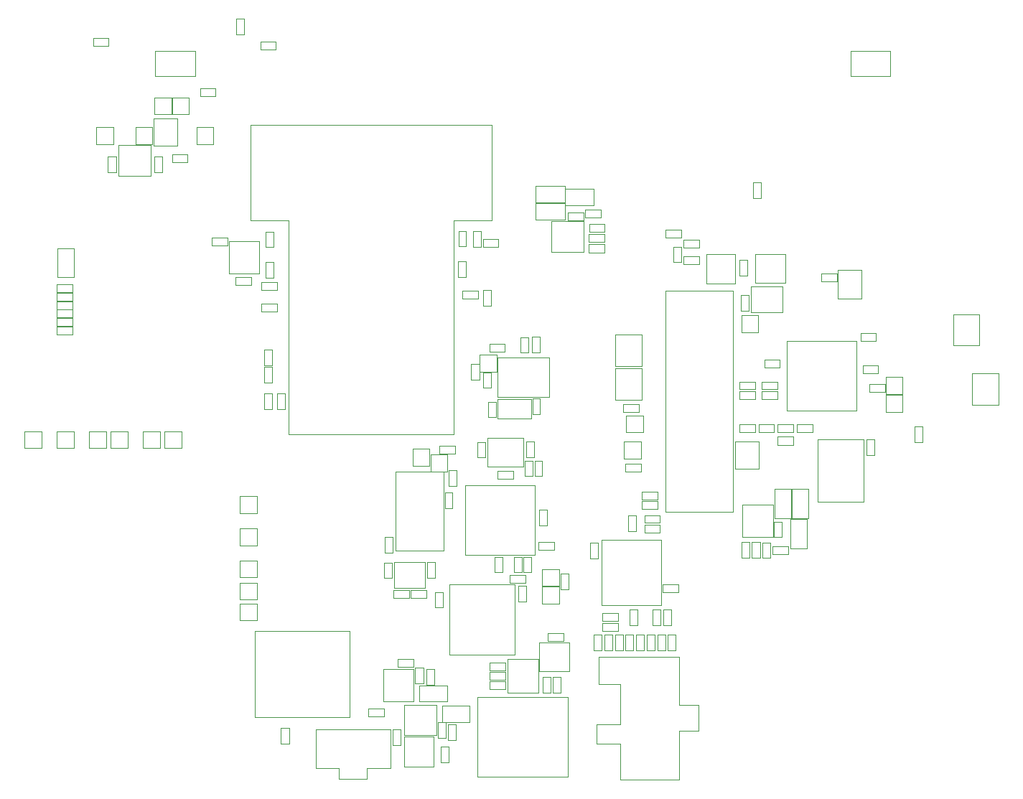
<source format=gbr>
G04 #@! TF.GenerationSoftware,KiCad,Pcbnew,5.1.10*
G04 #@! TF.CreationDate,2021-12-24T17:35:43+01:00*
G04 #@! TF.ProjectId,mch2021,6d636832-3032-4312-9e6b-696361645f70,3*
G04 #@! TF.SameCoordinates,Original*
G04 #@! TF.FileFunction,Other,User*
%FSLAX46Y46*%
G04 Gerber Fmt 4.6, Leading zero omitted, Abs format (unit mm)*
G04 Created by KiCad (PCBNEW 5.1.10) date 2021-12-24 17:35:43*
%MOMM*%
%LPD*%
G01*
G04 APERTURE LIST*
%ADD10C,0.050000*%
%ADD11C,0.120000*%
G04 APERTURE END LIST*
D10*
X-2939140Y-12006680D02*
X-1079140Y-12006680D01*
X-2939140Y-11066680D02*
X-2939140Y-12006680D01*
X-1079140Y-11066680D02*
X-2939140Y-11066680D01*
X-1079140Y-12006680D02*
X-1079140Y-11066680D01*
X-31350000Y-19821400D02*
X-31350000Y-17821400D01*
X-31350000Y-19821400D02*
X-33350000Y-19821400D01*
X-33350000Y-17821400D02*
X-31350000Y-17821400D01*
X-33350000Y-17821400D02*
X-33350000Y-19821400D01*
X-31350000Y-23620000D02*
X-31350000Y-21620000D01*
X-31350000Y-23620000D02*
X-33350000Y-23620000D01*
X-33350000Y-21620000D02*
X-31350000Y-21620000D01*
X-33350000Y-21620000D02*
X-33350000Y-23620000D01*
X-42780000Y-6380000D02*
X-44780000Y-6380000D01*
X-42780000Y-6380000D02*
X-42780000Y-8380000D01*
X-44780000Y-8380000D02*
X-44780000Y-6380000D01*
X-44780000Y-8380000D02*
X-42780000Y-8380000D01*
X-40240000Y-6380000D02*
X-42240000Y-6380000D01*
X-40240000Y-6380000D02*
X-40240000Y-8380000D01*
X-42240000Y-8380000D02*
X-42240000Y-6380000D01*
X-42240000Y-8380000D02*
X-40240000Y-8380000D01*
X-46590000Y-6380000D02*
X-48590000Y-6380000D01*
X-46590000Y-6380000D02*
X-46590000Y-8380000D01*
X-48590000Y-8380000D02*
X-48590000Y-6380000D01*
X-48590000Y-8380000D02*
X-46590000Y-8380000D01*
X-49130000Y-6380000D02*
X-51130000Y-6380000D01*
X-49130000Y-6380000D02*
X-49130000Y-8380000D01*
X-51130000Y-8380000D02*
X-51130000Y-6380000D01*
X-51130000Y-8380000D02*
X-49130000Y-8380000D01*
X-54940000Y-8380000D02*
X-52940000Y-8380000D01*
X-54940000Y-8380000D02*
X-54940000Y-6380000D01*
X-52940000Y-6380000D02*
X-52940000Y-8380000D01*
X-52940000Y-6380000D02*
X-54940000Y-6380000D01*
X-56750000Y-8380000D02*
X-56750000Y-6380000D01*
X-56750000Y-8380000D02*
X-58750000Y-8380000D01*
X-58750000Y-6380000D02*
X-56750000Y-6380000D01*
X-58750000Y-6380000D02*
X-58750000Y-8380000D01*
X-31350000Y-16031720D02*
X-31350000Y-14031720D01*
X-31350000Y-16031720D02*
X-33350000Y-16031720D01*
X-33350000Y-14031720D02*
X-31350000Y-14031720D01*
X-33350000Y-14031720D02*
X-33350000Y-16031720D01*
X-33350000Y-26700000D02*
X-33350000Y-28700000D01*
X-33350000Y-26700000D02*
X-31350000Y-26700000D01*
X-31350000Y-28700000D02*
X-33350000Y-28700000D01*
X-31350000Y-28700000D02*
X-31350000Y-26700000D01*
X-33350000Y-24229820D02*
X-33350000Y-26229820D01*
X-33350000Y-24229820D02*
X-31350000Y-24229820D01*
X-31350000Y-26229820D02*
X-33350000Y-26229820D01*
X-31350000Y-26229820D02*
X-31350000Y-24229820D01*
X35244360Y11325600D02*
X37064360Y11325600D01*
X35244360Y12245600D02*
X35244360Y11325600D01*
X37064360Y12245600D02*
X35244360Y12245600D01*
X37064360Y11325600D02*
X37064360Y12245600D01*
X37147040Y9234700D02*
X37147040Y12634700D01*
X39947040Y9234700D02*
X37147040Y9234700D01*
X39947040Y12634700D02*
X39947040Y9234700D01*
X37147040Y12634700D02*
X39947040Y12634700D01*
X-8737860Y-10984820D02*
X-8737860Y-12804820D01*
X-7817860Y-10984820D02*
X-8737860Y-10984820D01*
X-7817860Y-12804820D02*
X-7817860Y-10984820D01*
X-8737860Y-12804820D02*
X-7817860Y-12804820D01*
X-9309140Y-20476740D02*
X-15029140Y-20476740D01*
X-15029140Y-20476740D02*
X-15029140Y-11176740D01*
X-15029140Y-11176740D02*
X-9309140Y-11176740D01*
X-9309140Y-11176740D02*
X-9309140Y-20476740D01*
X40200000Y-14700000D02*
X34800000Y-14700000D01*
X34800000Y-14700000D02*
X34800000Y-7300000D01*
X34800000Y-7300000D02*
X40200000Y-7300000D01*
X40200000Y-7300000D02*
X40200000Y-14700000D01*
X1137720Y-2503620D02*
X1137720Y-4323620D01*
X2057720Y-2503620D02*
X1137720Y-2503620D01*
X2057720Y-4323620D02*
X2057720Y-2503620D01*
X1137720Y-4323620D02*
X2057720Y-4323620D01*
X-6761780Y-12780780D02*
X1448220Y-12780780D01*
X-6761780Y-20990780D02*
X1448220Y-20990780D01*
X-6761780Y-12780780D02*
X-6761780Y-20990780D01*
X1448220Y-12780780D02*
X1448220Y-20990780D01*
X-10976100Y-8461500D02*
X-12976100Y-8461500D01*
X-10976100Y-8461500D02*
X-10976100Y-10461500D01*
X-12976100Y-10461500D02*
X-12976100Y-8461500D01*
X-12976100Y-10461500D02*
X-10976100Y-10461500D01*
X-10870440Y-11100000D02*
X-8870440Y-11100000D01*
X-10870440Y-11100000D02*
X-10870440Y-9100000D01*
X-8870440Y-9100000D02*
X-8870440Y-11100000D01*
X-8870440Y-9100000D02*
X-10870440Y-9100000D01*
X4442620Y-37178200D02*
X4442620Y-35318200D01*
X3502620Y-37178200D02*
X4442620Y-37178200D01*
X3502620Y-35318200D02*
X3502620Y-37178200D01*
X4442620Y-35318200D02*
X3502620Y-35318200D01*
X345860Y-23330000D02*
X-1514140Y-23330000D01*
X345860Y-24270000D02*
X345860Y-23330000D01*
X-1514140Y-24270000D02*
X345860Y-24270000D01*
X-1514140Y-23330000D02*
X-1514140Y-24270000D01*
X4834040Y-30200360D02*
X2974040Y-30200360D01*
X4834040Y-31140360D02*
X4834040Y-30200360D01*
X2974040Y-31140360D02*
X4834040Y-31140360D01*
X2974040Y-30200360D02*
X2974040Y-31140360D01*
X1971100Y-34679360D02*
X5471100Y-34679360D01*
X1971100Y-31279360D02*
X1971100Y-34679360D01*
X5471100Y-31279360D02*
X1971100Y-31279360D01*
X5471100Y-34679360D02*
X5471100Y-31279360D01*
X218180Y-9834200D02*
X218180Y-11654200D01*
X1138180Y-9834200D02*
X218180Y-9834200D01*
X1138180Y-11654200D02*
X1138180Y-9834200D01*
X218180Y-11654200D02*
X1138180Y-11654200D01*
X988380Y-23012940D02*
X988380Y-21192940D01*
X68380Y-23012940D02*
X988380Y-23012940D01*
X68380Y-21192940D02*
X68380Y-23012940D01*
X988380Y-21192940D02*
X68380Y-21192940D01*
X2855280Y-17483360D02*
X2855280Y-15663360D01*
X1935280Y-17483360D02*
X2855280Y-17483360D01*
X1935280Y-15663360D02*
X1935280Y-17483360D01*
X2855280Y-15663360D02*
X1935280Y-15663360D01*
X3704060Y-19476320D02*
X1884060Y-19476320D01*
X3704060Y-20396320D02*
X3704060Y-19476320D01*
X1884060Y-20396320D02*
X3704060Y-20396320D01*
X1884060Y-19476320D02*
X1884060Y-20396320D01*
X-2402520Y-23010460D02*
X-2402520Y-21190460D01*
X-3322520Y-23010460D02*
X-2402520Y-23010460D01*
X-3322520Y-21190460D02*
X-3322520Y-23010460D01*
X-2402520Y-21190460D02*
X-3322520Y-21190460D01*
X-103820Y-23000240D02*
X-103820Y-21180240D01*
X-1023820Y-23000240D02*
X-103820Y-23000240D01*
X-1023820Y-21180240D02*
X-1023820Y-23000240D01*
X-103820Y-21180240D02*
X-1023820Y-21180240D01*
X1386580Y-9829120D02*
X1386580Y-11649120D01*
X2306580Y-9829120D02*
X1386580Y-9829120D01*
X2306580Y-11649120D02*
X2306580Y-9829120D01*
X1386580Y-11649120D02*
X2306580Y-11649120D01*
X38650000Y35550000D02*
X43350000Y35550000D01*
X43350000Y35550000D02*
X43350000Y38450000D01*
X43350000Y38450000D02*
X38650000Y38450000D01*
X38650000Y38450000D02*
X38650000Y35550000D01*
X-43350000Y35550000D02*
X-38650000Y35550000D01*
X-38650000Y35550000D02*
X-38650000Y38450000D01*
X-38650000Y38450000D02*
X-43350000Y38450000D01*
X-43350000Y38450000D02*
X-43350000Y35550000D01*
X-6070000Y1585000D02*
X-6070000Y-275000D01*
X-5130000Y1585000D02*
X-6070000Y1585000D01*
X-5130000Y-275000D02*
X-5130000Y1585000D01*
X-6070000Y-275000D02*
X-5130000Y-275000D01*
X-3069020Y635900D02*
X-3069020Y2635900D01*
X-3069020Y635900D02*
X-5069020Y635900D01*
X-5069020Y2635900D02*
X-3069020Y2635900D01*
X-5069020Y2635900D02*
X-5069020Y635900D01*
X-2031580Y-34734260D02*
X-3891580Y-34734260D01*
X-2031580Y-35674260D02*
X-2031580Y-34734260D01*
X-3891580Y-35674260D02*
X-2031580Y-35674260D01*
X-3891580Y-34734260D02*
X-3891580Y-35674260D01*
X-3890000Y-34571900D02*
X-2030000Y-34571900D01*
X-3890000Y-33631900D02*
X-3890000Y-34571900D01*
X-2030000Y-33631900D02*
X-3890000Y-33631900D01*
X-2030000Y-34571900D02*
X-2030000Y-33631900D01*
X-53070000Y5970000D02*
X-54930000Y5970000D01*
X-53070000Y5030000D02*
X-53070000Y5970000D01*
X-54930000Y5030000D02*
X-53070000Y5030000D01*
X-54930000Y5970000D02*
X-54930000Y5030000D01*
X-53070000Y6970000D02*
X-54930000Y6970000D01*
X-53070000Y6030000D02*
X-53070000Y6970000D01*
X-54930000Y6030000D02*
X-53070000Y6030000D01*
X-54930000Y6970000D02*
X-54930000Y6030000D01*
X-53070000Y7970000D02*
X-54930000Y7970000D01*
X-53070000Y7030000D02*
X-53070000Y7970000D01*
X-54930000Y7030000D02*
X-53070000Y7030000D01*
X-54930000Y7970000D02*
X-54930000Y7030000D01*
X-53070000Y8970000D02*
X-54930000Y8970000D01*
X-53070000Y8030000D02*
X-53070000Y8970000D01*
X-54930000Y8030000D02*
X-53070000Y8030000D01*
X-54930000Y8970000D02*
X-54930000Y8030000D01*
X-53070000Y9970000D02*
X-54930000Y9970000D01*
X-53070000Y9030000D02*
X-53070000Y9970000D01*
X-54930000Y9030000D02*
X-53070000Y9030000D01*
X-54930000Y9970000D02*
X-54930000Y9030000D01*
X-53070000Y10970000D02*
X-54930000Y10970000D01*
X-53070000Y10030000D02*
X-53070000Y10970000D01*
X-54930000Y10030000D02*
X-53070000Y10030000D01*
X-54930000Y10970000D02*
X-54930000Y10030000D01*
X-41443340Y33000000D02*
X-43443340Y33000000D01*
X-41443340Y33000000D02*
X-41443340Y31000000D01*
X-43443340Y31000000D02*
X-43443340Y33000000D01*
X-43443340Y31000000D02*
X-41443340Y31000000D01*
X-39355460Y33000000D02*
X-41355460Y33000000D01*
X-39355460Y33000000D02*
X-39355460Y31000000D01*
X-41355460Y31000000D02*
X-41355460Y33000000D01*
X-41355460Y31000000D02*
X-39355460Y31000000D01*
X-30920000Y38645000D02*
X-29100000Y38645000D01*
X-30920000Y39565000D02*
X-30920000Y38645000D01*
X-29100000Y39565000D02*
X-30920000Y39565000D01*
X-29100000Y38645000D02*
X-29100000Y39565000D01*
X-28506460Y-41345620D02*
X-28506460Y-43205620D01*
X-27566460Y-41345620D02*
X-28506460Y-41345620D01*
X-27566460Y-43205620D02*
X-27566460Y-41345620D01*
X-28506460Y-43205620D02*
X-27566460Y-43205620D01*
X-31600000Y-40100000D02*
X-31600000Y-29900000D01*
X-31600000Y-29900000D02*
X-20400000Y-29900000D01*
X-20400000Y-29900000D02*
X-20400000Y-40100000D01*
X-20400000Y-40100000D02*
X-31600000Y-40100000D01*
D11*
X18470000Y-33940000D02*
X18470000Y-32940000D01*
X18470000Y-38690000D02*
X18470000Y-33940000D01*
X20720000Y-38690000D02*
X18470000Y-38690000D01*
X20720000Y-41690000D02*
X20720000Y-38690000D01*
X18470000Y-41690000D02*
X20720000Y-41690000D01*
X18470000Y-47440000D02*
X18470000Y-41690000D01*
X11470000Y-47440000D02*
X18470000Y-47440000D01*
X11470000Y-43190000D02*
X11470000Y-47440000D01*
X8720000Y-43190000D02*
X11470000Y-43190000D01*
X8720000Y-40940000D02*
X8720000Y-43190000D01*
X8970000Y-40940000D02*
X8720000Y-40940000D01*
X11470000Y-40940000D02*
X8970000Y-40940000D01*
X11470000Y-36190000D02*
X11470000Y-40940000D01*
X8970000Y-36190000D02*
X11470000Y-36190000D01*
X8970000Y-32940000D02*
X8970000Y-36190000D01*
X9220000Y-32940000D02*
X8970000Y-32940000D01*
X18470000Y-32940000D02*
X9220000Y-32940000D01*
D10*
X-5320000Y-37730000D02*
X-5320000Y-47150000D01*
X5320000Y-37730000D02*
X5320000Y-47150000D01*
X5320000Y-47150000D02*
X-5320000Y-47150000D01*
X5320000Y-37730000D02*
X-5320000Y-37730000D01*
X-45670460Y27492380D02*
X-43670460Y27492380D01*
X-45670460Y27492380D02*
X-45670460Y29492380D01*
X-43670460Y29492380D02*
X-43670460Y27492380D01*
X-43670460Y29492380D02*
X-45670460Y29492380D01*
X-50268320Y27492380D02*
X-48268320Y27492380D01*
X-50268320Y27492380D02*
X-50268320Y29492380D01*
X-48268320Y29492380D02*
X-48268320Y27492380D01*
X-48268320Y29492380D02*
X-50268320Y29492380D01*
X-40697440Y30501320D02*
X-40697440Y27301320D01*
X-43497440Y30501320D02*
X-43497440Y27301320D01*
X-43497440Y30501320D02*
X-40697440Y30501320D01*
X-40697440Y27301320D02*
X-43497440Y27301320D01*
X-33819840Y42270020D02*
X-33819840Y40450020D01*
X-32899840Y42270020D02*
X-33819840Y42270020D01*
X-32899840Y40450020D02*
X-32899840Y42270020D01*
X-33819840Y40450020D02*
X-32899840Y40450020D01*
X-27628920Y18485000D02*
X-32128920Y18485000D01*
X-3628920Y18485000D02*
X-8128920Y18485000D01*
X-32128920Y29765000D02*
X-32128920Y18485000D01*
X-3628920Y29765000D02*
X-3628920Y18485000D01*
X-3628920Y29765000D02*
X-32128920Y29765000D01*
X-27628920Y18485000D02*
X-27608920Y-6705000D01*
X-8108920Y-6705000D02*
X-27608920Y-6705000D01*
X-8108920Y-6705000D02*
X-8128920Y18485000D01*
X-8682500Y-24425000D02*
X-982500Y-24425000D01*
X-8682500Y-32725000D02*
X-8682500Y-24425000D01*
X-982500Y-32725000D02*
X-8682500Y-32725000D01*
X-982500Y-24425000D02*
X-982500Y-32725000D01*
X-12875000Y-33240000D02*
X-14735000Y-33240000D01*
X-12875000Y-34180000D02*
X-12875000Y-33240000D01*
X-14735000Y-34180000D02*
X-12875000Y-34180000D01*
X-14735000Y-33240000D02*
X-14735000Y-34180000D01*
X9390000Y-28770000D02*
X11210000Y-28770000D01*
X9390000Y-27850000D02*
X9390000Y-28770000D01*
X11210000Y-27850000D02*
X9390000Y-27850000D01*
X11210000Y-28770000D02*
X11210000Y-27850000D01*
X9405060Y-29956200D02*
X11225060Y-29956200D01*
X9405060Y-29036200D02*
X9405060Y-29956200D01*
X11225060Y-29036200D02*
X9405060Y-29036200D01*
X11225060Y-29956200D02*
X11225060Y-29036200D01*
X13060000Y-32230000D02*
X13060000Y-30370000D01*
X12120000Y-32230000D02*
X13060000Y-32230000D01*
X12120000Y-30370000D02*
X12120000Y-32230000D01*
X13060000Y-30370000D02*
X12120000Y-30370000D01*
X14310000Y-32230000D02*
X14310000Y-30370000D01*
X13370000Y-32230000D02*
X14310000Y-32230000D01*
X13370000Y-30370000D02*
X13370000Y-32230000D01*
X14310000Y-30370000D02*
X13370000Y-30370000D01*
X10560000Y-32230000D02*
X10560000Y-30370000D01*
X9620000Y-32230000D02*
X10560000Y-32230000D01*
X9620000Y-30370000D02*
X9620000Y-32230000D01*
X10560000Y-30370000D02*
X9620000Y-30370000D01*
X16810000Y-32230000D02*
X16810000Y-30370000D01*
X15870000Y-32230000D02*
X16810000Y-32230000D01*
X15870000Y-30370000D02*
X15870000Y-32230000D01*
X16810000Y-30370000D02*
X15870000Y-30370000D01*
X9310000Y-32230000D02*
X9310000Y-30370000D01*
X8370000Y-32230000D02*
X9310000Y-32230000D01*
X8370000Y-30370000D02*
X8370000Y-32230000D01*
X9310000Y-30370000D02*
X8370000Y-30370000D01*
X18060000Y-32230000D02*
X18060000Y-30370000D01*
X17120000Y-32230000D02*
X18060000Y-32230000D01*
X17120000Y-30370000D02*
X17120000Y-32230000D01*
X18060000Y-30370000D02*
X17120000Y-30370000D01*
X15550000Y-32210000D02*
X15550000Y-30390000D01*
X14630000Y-32210000D02*
X15550000Y-32210000D01*
X14630000Y-30390000D02*
X14630000Y-32210000D01*
X15550000Y-30390000D02*
X14630000Y-30390000D01*
X11800000Y-32210000D02*
X11800000Y-30390000D01*
X10880000Y-32210000D02*
X11800000Y-32210000D01*
X10880000Y-30390000D02*
X10880000Y-32210000D01*
X11800000Y-30390000D02*
X10880000Y-30390000D01*
X-4440000Y-9450000D02*
X-4440000Y-7630000D01*
X-5360000Y-9450000D02*
X-4440000Y-9450000D01*
X-5360000Y-7630000D02*
X-5360000Y-9450000D01*
X-4440000Y-7630000D02*
X-5360000Y-7630000D01*
X31930000Y-5530000D02*
X30070000Y-5530000D01*
X31930000Y-6470000D02*
X31930000Y-5530000D01*
X30070000Y-6470000D02*
X31930000Y-6470000D01*
X30070000Y-5530000D02*
X30070000Y-6470000D01*
X32340000Y-6460000D02*
X34160000Y-6460000D01*
X32340000Y-5540000D02*
X32340000Y-6460000D01*
X34160000Y-5540000D02*
X32340000Y-5540000D01*
X34160000Y-6460000D02*
X34160000Y-5540000D01*
X26940900Y10721940D02*
X26940900Y7621940D01*
X26940900Y10721940D02*
X30640900Y10721940D01*
X30640900Y7621940D02*
X26940900Y7621940D01*
X30640900Y7621940D02*
X30640900Y10721940D01*
X18738000Y17399240D02*
X16878000Y17399240D01*
X18738000Y16459240D02*
X18738000Y17399240D01*
X16878000Y16459240D02*
X18738000Y16459240D01*
X16878000Y17399240D02*
X16878000Y16459240D01*
X2030000Y2880000D02*
X2030000Y4740000D01*
X1090000Y2880000D02*
X2030000Y2880000D01*
X1090000Y4740000D02*
X1090000Y2880000D01*
X2030000Y4740000D02*
X1090000Y4740000D01*
X680000Y2875000D02*
X680000Y4735000D01*
X-260000Y2875000D02*
X680000Y2875000D01*
X-260000Y4735000D02*
X-260000Y2875000D01*
X680000Y4735000D02*
X-260000Y4735000D01*
X18973500Y15308620D02*
X20833500Y15308620D01*
X18973500Y16248620D02*
X18973500Y15308620D01*
X20833500Y16248620D02*
X18973500Y16248620D01*
X20833500Y15308620D02*
X20833500Y16248620D01*
X13378280Y-18191840D02*
X13378280Y-16331840D01*
X12438280Y-18191840D02*
X13378280Y-18191840D01*
X12438280Y-16331840D02*
X12438280Y-18191840D01*
X13378280Y-16331840D02*
X12438280Y-16331840D01*
X-7939620Y-8080000D02*
X-9799620Y-8080000D01*
X-7939620Y-9020000D02*
X-7939620Y-8080000D01*
X-9799620Y-9020000D02*
X-7939620Y-9020000D01*
X-9799620Y-8080000D02*
X-9799620Y-9020000D01*
X-28040520Y-3731600D02*
X-28040520Y-1871600D01*
X-28980520Y-3731600D02*
X-28040520Y-3731600D01*
X-28980520Y-1871600D02*
X-28980520Y-3731600D01*
X-28040520Y-1871600D02*
X-28980520Y-1871600D01*
X-30480520Y-1871600D02*
X-30480520Y-3731600D01*
X-29540520Y-1871600D02*
X-30480520Y-1871600D01*
X-29540520Y-3731600D02*
X-29540520Y-1871600D01*
X-30480520Y-3731600D02*
X-29540520Y-3731600D01*
X-11730000Y-36145000D02*
X-11730000Y-34285000D01*
X-12670000Y-36145000D02*
X-11730000Y-36145000D01*
X-12670000Y-34285000D02*
X-12670000Y-36145000D01*
X-11730000Y-34285000D02*
X-12670000Y-34285000D01*
X-7910000Y-42775000D02*
X-7910000Y-40915000D01*
X-8850000Y-42775000D02*
X-7910000Y-42775000D01*
X-8850000Y-40915000D02*
X-8850000Y-42775000D01*
X-7910000Y-40915000D02*
X-8850000Y-40915000D01*
X-14390000Y-43435000D02*
X-14390000Y-41575000D01*
X-15330000Y-43435000D02*
X-14390000Y-43435000D01*
X-15330000Y-41575000D02*
X-15330000Y-43435000D01*
X-14390000Y-41575000D02*
X-15330000Y-41575000D01*
X-15245000Y-26020000D02*
X-13385000Y-26020000D01*
X-15245000Y-25080000D02*
X-15245000Y-26020000D01*
X-13385000Y-25080000D02*
X-15245000Y-25080000D01*
X-13385000Y-26020000D02*
X-13385000Y-25080000D01*
X-29410320Y11693800D02*
X-29410320Y13553800D01*
X-30350320Y11693800D02*
X-29410320Y11693800D01*
X-30350320Y13553800D02*
X-30350320Y11693800D01*
X-29410320Y13553800D02*
X-30350320Y13553800D01*
X-29005000Y11225000D02*
X-30865000Y11225000D01*
X-29005000Y10285000D02*
X-29005000Y11225000D01*
X-30865000Y10285000D02*
X-29005000Y10285000D01*
X-30865000Y11225000D02*
X-30865000Y10285000D01*
X14070000Y-14480000D02*
X15930000Y-14480000D01*
X14070000Y-13540000D02*
X14070000Y-14480000D01*
X15930000Y-13540000D02*
X14070000Y-13540000D01*
X15930000Y-14480000D02*
X15930000Y-13540000D01*
X7920000Y-19495000D02*
X7920000Y-21355000D01*
X8860000Y-19495000D02*
X7920000Y-19495000D01*
X8860000Y-21355000D02*
X8860000Y-19495000D01*
X7920000Y-21355000D02*
X8860000Y-21355000D01*
X-29530000Y1435000D02*
X-29530000Y3295000D01*
X-30470000Y1435000D02*
X-29530000Y1435000D01*
X-30470000Y3295000D02*
X-30470000Y1435000D01*
X-29530000Y3295000D02*
X-30470000Y3295000D01*
X-4924720Y15402200D02*
X-4924720Y17262200D01*
X-5864720Y15402200D02*
X-4924720Y15402200D01*
X-5864720Y17262200D02*
X-5864720Y15402200D01*
X-4924720Y17262200D02*
X-5864720Y17262200D01*
X-30479720Y1191600D02*
X-30479720Y-668400D01*
X-29539720Y1191600D02*
X-30479720Y1191600D01*
X-29539720Y-668400D02*
X-29539720Y1191600D01*
X-30479720Y-668400D02*
X-29539720Y-668400D01*
X-510000Y-24565000D02*
X-510000Y-26425000D01*
X430000Y-24565000D02*
X-510000Y-24565000D01*
X430000Y-26425000D02*
X430000Y-24565000D01*
X-510000Y-26425000D02*
X430000Y-26425000D01*
X-28955000Y8675000D02*
X-30815000Y8675000D01*
X-28955000Y7735000D02*
X-28955000Y8675000D01*
X-30815000Y7735000D02*
X-28955000Y7735000D01*
X-30815000Y8675000D02*
X-30815000Y7735000D01*
X4498240Y-23139040D02*
X4498240Y-24999040D01*
X5438240Y-23139040D02*
X4498240Y-23139040D01*
X5438240Y-24999040D02*
X5438240Y-23139040D01*
X4498240Y-24999040D02*
X5438240Y-24999040D01*
X41470000Y-9180000D02*
X41470000Y-7320000D01*
X40530000Y-9180000D02*
X41470000Y-9180000D01*
X40530000Y-7320000D02*
X40530000Y-9180000D01*
X41470000Y-7320000D02*
X40530000Y-7320000D01*
X-6717960Y11795400D02*
X-6717960Y13655400D01*
X-7657960Y11795400D02*
X-6717960Y11795400D01*
X-7657960Y13655400D02*
X-7657960Y11795400D01*
X-6717960Y13655400D02*
X-7657960Y13655400D01*
X46210000Y-5845000D02*
X46210000Y-7705000D01*
X47150000Y-5845000D02*
X46210000Y-5845000D01*
X47150000Y-7705000D02*
X47150000Y-5845000D01*
X46210000Y-7705000D02*
X47150000Y-7705000D01*
X42725000Y-820000D02*
X40865000Y-820000D01*
X42725000Y-1760000D02*
X42725000Y-820000D01*
X40865000Y-1760000D02*
X42725000Y-1760000D01*
X40865000Y-820000D02*
X40865000Y-1760000D01*
X27430000Y-1670000D02*
X25570000Y-1670000D01*
X27430000Y-2610000D02*
X27430000Y-1670000D01*
X25570000Y-2610000D02*
X27430000Y-2610000D01*
X25570000Y-1670000D02*
X25570000Y-2610000D01*
X17760000Y15405000D02*
X17760000Y13545000D01*
X18700000Y15405000D02*
X17760000Y15405000D01*
X18700000Y13545000D02*
X18700000Y15405000D01*
X17760000Y13545000D02*
X18700000Y13545000D01*
X27430000Y-5530000D02*
X25570000Y-5530000D01*
X27430000Y-6470000D02*
X27430000Y-5530000D01*
X25570000Y-6470000D02*
X27430000Y-6470000D01*
X25570000Y-5530000D02*
X25570000Y-6470000D01*
X25561520Y13857940D02*
X25561520Y11997940D01*
X26501520Y13857940D02*
X25561520Y13857940D01*
X26501520Y11997940D02*
X26501520Y13857940D01*
X25561520Y11997940D02*
X26501520Y11997940D01*
X13703520Y-3167280D02*
X11843520Y-3167280D01*
X13703520Y-4107280D02*
X13703520Y-3167280D01*
X11843520Y-4107280D02*
X13703520Y-4107280D01*
X11843520Y-3167280D02*
X11843520Y-4107280D01*
X-7150000Y9230000D02*
X-5290000Y9230000D01*
X-7150000Y10170000D02*
X-7150000Y9230000D01*
X-5290000Y10170000D02*
X-7150000Y10170000D01*
X-5290000Y9230000D02*
X-5290000Y10170000D01*
X20831040Y14297760D02*
X18971040Y14297760D01*
X20831040Y13357760D02*
X20831040Y14297760D01*
X18971040Y13357760D02*
X20831040Y13357760D01*
X18971040Y14297760D02*
X18971040Y13357760D01*
X26690420Y7827920D02*
X26690420Y9687920D01*
X25750420Y7827920D02*
X26690420Y7827920D01*
X25750420Y9687920D02*
X25750420Y7827920D01*
X26690420Y9687920D02*
X25750420Y9687920D01*
X12075000Y-11120000D02*
X13935000Y-11120000D01*
X12075000Y-10180000D02*
X12075000Y-11120000D01*
X13935000Y-10180000D02*
X12075000Y-10180000D01*
X13935000Y-11120000D02*
X13935000Y-10180000D01*
X-3730000Y8395000D02*
X-3730000Y10255000D01*
X-4670000Y8395000D02*
X-3730000Y8395000D01*
X-4670000Y10255000D02*
X-4670000Y8395000D01*
X-3730000Y10255000D02*
X-4670000Y10255000D01*
X31930000Y-7030000D02*
X30070000Y-7030000D01*
X31930000Y-7970000D02*
X31930000Y-7030000D01*
X30070000Y-7970000D02*
X31930000Y-7970000D01*
X30070000Y-7030000D02*
X30070000Y-7970000D01*
X31330000Y-19950000D02*
X29470000Y-19950000D01*
X31330000Y-20890000D02*
X31330000Y-19950000D01*
X29470000Y-20890000D02*
X31330000Y-20890000D01*
X29470000Y-19950000D02*
X29470000Y-20890000D01*
X14070000Y-15550000D02*
X15930000Y-15550000D01*
X14070000Y-14610000D02*
X14070000Y-15550000D01*
X15930000Y-14610000D02*
X14070000Y-14610000D01*
X15930000Y-15550000D02*
X15930000Y-14610000D01*
X9195000Y19800000D02*
X7335000Y19800000D01*
X9195000Y18860000D02*
X9195000Y19800000D01*
X7335000Y18860000D02*
X9195000Y18860000D01*
X7335000Y19800000D02*
X7335000Y18860000D01*
X-43451360Y26003540D02*
X-43451360Y24143540D01*
X-42511360Y26003540D02*
X-43451360Y26003540D01*
X-42511360Y24143540D02*
X-42511360Y26003540D01*
X-43451360Y24143540D02*
X-42511360Y24143540D01*
X-33853060Y10859700D02*
X-31993060Y10859700D01*
X-33853060Y11799700D02*
X-33853060Y10859700D01*
X-31993060Y11799700D02*
X-33853060Y11799700D01*
X-31993060Y10859700D02*
X-31993060Y11799700D01*
X-47972360Y24163720D02*
X-47972360Y26023720D01*
X-48912360Y24163720D02*
X-47972360Y24163720D01*
X-48912360Y26023720D02*
X-48912360Y24163720D01*
X-47972360Y26023720D02*
X-48912360Y26023720D01*
X-34830000Y16500000D02*
X-36690000Y16500000D01*
X-34830000Y15560000D02*
X-34830000Y16500000D01*
X-36690000Y15560000D02*
X-34830000Y15560000D01*
X-36690000Y16500000D02*
X-36690000Y15560000D01*
X-18181620Y-40012580D02*
X-16321620Y-40012580D01*
X-18181620Y-39072580D02*
X-18181620Y-40012580D01*
X-16321620Y-39072580D02*
X-18181620Y-39072580D01*
X-16321620Y-40012580D02*
X-16321620Y-39072580D01*
X27037200Y-19475360D02*
X27037200Y-21335360D01*
X27977200Y-19475360D02*
X27037200Y-19475360D01*
X27977200Y-21335360D02*
X27977200Y-19475360D01*
X27037200Y-21335360D02*
X27977200Y-21335360D01*
X7817980Y15920100D02*
X9677980Y15920100D01*
X7817980Y16860100D02*
X7817980Y15920100D01*
X9677980Y16860100D02*
X7817980Y16860100D01*
X9677980Y15920100D02*
X9677980Y16860100D01*
X26777200Y-21335360D02*
X26777200Y-19475360D01*
X25837200Y-21335360D02*
X26777200Y-21335360D01*
X25837200Y-19475360D02*
X25837200Y-21335360D01*
X26777200Y-19475360D02*
X25837200Y-19475360D01*
X9677980Y15660100D02*
X7817980Y15660100D01*
X9677980Y14720100D02*
X9677980Y15660100D01*
X7817980Y14720100D02*
X9677980Y14720100D01*
X7817980Y15660100D02*
X7817980Y14720100D01*
X-8700000Y-45390000D02*
X-8700000Y-43530000D01*
X-9640000Y-45390000D02*
X-8700000Y-45390000D01*
X-9640000Y-43530000D02*
X-9640000Y-45390000D01*
X-8700000Y-43530000D02*
X-9640000Y-43530000D01*
X-2030000Y-35840000D02*
X-3890000Y-35840000D01*
X-2030000Y-36780000D02*
X-2030000Y-35840000D01*
X-3890000Y-36780000D02*
X-2030000Y-36780000D01*
X-3890000Y-35840000D02*
X-3890000Y-36780000D01*
X3319880Y-37193580D02*
X3319880Y-35333580D01*
X2379880Y-37193580D02*
X3319880Y-37193580D01*
X2379880Y-35333580D02*
X2379880Y-37193580D01*
X3319880Y-35333580D02*
X2379880Y-35333580D01*
X-4050000Y-2885000D02*
X-4050000Y-4705000D01*
X-3130000Y-2885000D02*
X-4050000Y-2885000D01*
X-3130000Y-4705000D02*
X-3130000Y-2885000D01*
X-4050000Y-4705000D02*
X-3130000Y-4705000D01*
X-30340320Y17166000D02*
X-30340320Y15346000D01*
X-29420320Y17166000D02*
X-30340320Y17166000D01*
X-29420320Y15346000D02*
X-29420320Y17166000D01*
X-30340320Y15346000D02*
X-29420320Y15346000D01*
X390000Y-7595000D02*
X390000Y-9415000D01*
X1310000Y-7595000D02*
X390000Y-7595000D01*
X1310000Y-9415000D02*
X1310000Y-7595000D01*
X390000Y-9415000D02*
X1310000Y-9415000D01*
X28190000Y-2600000D02*
X30010000Y-2600000D01*
X28190000Y-1680000D02*
X28190000Y-2600000D01*
X30010000Y-1680000D02*
X28190000Y-1680000D01*
X30010000Y-2600000D02*
X30010000Y-1680000D01*
X29615000Y-17050000D02*
X29615000Y-18870000D01*
X30535000Y-17050000D02*
X29615000Y-17050000D01*
X30535000Y-18870000D02*
X30535000Y-17050000D01*
X29615000Y-18870000D02*
X30535000Y-18870000D01*
X5337980Y18470000D02*
X7157980Y18470000D01*
X5337980Y19390000D02*
X5337980Y18470000D01*
X7157980Y19390000D02*
X5337980Y19390000D01*
X7157980Y18470000D02*
X7157980Y19390000D01*
X-50678240Y39073760D02*
X-48858240Y39073760D01*
X-50678240Y39993760D02*
X-50678240Y39073760D01*
X-48858240Y39993760D02*
X-50678240Y39993760D01*
X-48858240Y39073760D02*
X-48858240Y39993760D01*
X-38036660Y33150480D02*
X-36216660Y33150480D01*
X-38036660Y34070480D02*
X-38036660Y33150480D01*
X-36216660Y34070480D02*
X-38036660Y34070480D01*
X-36216660Y33150480D02*
X-36216660Y34070480D01*
X-39531360Y26313600D02*
X-41351360Y26313600D01*
X-39531360Y25393600D02*
X-39531360Y26313600D01*
X-41351360Y25393600D02*
X-39531360Y25393600D01*
X-41351360Y26313600D02*
X-41351360Y25393600D01*
X-13185000Y-26020000D02*
X-11365000Y-26020000D01*
X-13185000Y-25100000D02*
X-13185000Y-26020000D01*
X-11365000Y-25100000D02*
X-13185000Y-25100000D01*
X-11365000Y-26020000D02*
X-11365000Y-25100000D01*
X28247200Y-19495360D02*
X28247200Y-21315360D01*
X29167200Y-19495360D02*
X28247200Y-19495360D01*
X29167200Y-21315360D02*
X29167200Y-19495360D01*
X28247200Y-21315360D02*
X29167200Y-21315360D01*
X7837980Y17130100D02*
X9657980Y17130100D01*
X7837980Y18050100D02*
X7837980Y17130100D01*
X9657980Y18050100D02*
X7837980Y18050100D01*
X9657980Y17130100D02*
X9657980Y18050100D01*
X-10420000Y-36255000D02*
X-10420000Y-34435000D01*
X-11340000Y-36255000D02*
X-10420000Y-36255000D01*
X-11340000Y-34435000D02*
X-11340000Y-36255000D01*
X-10420000Y-34435000D02*
X-11340000Y-34435000D01*
X28080000Y21130000D02*
X28080000Y22950000D01*
X27160000Y21130000D02*
X28080000Y21130000D01*
X27160000Y22950000D02*
X27160000Y21130000D01*
X28080000Y22950000D02*
X27160000Y22950000D01*
X-3910000Y3040000D02*
X-2090000Y3040000D01*
X-3910000Y3960000D02*
X-3910000Y3040000D01*
X-2090000Y3960000D02*
X-3910000Y3960000D01*
X-2090000Y3040000D02*
X-2090000Y3960000D01*
X-10370000Y-23635000D02*
X-10370000Y-21815000D01*
X-11290000Y-23635000D02*
X-10370000Y-23635000D01*
X-11290000Y-21815000D02*
X-11290000Y-23635000D01*
X-10370000Y-21815000D02*
X-11290000Y-21815000D01*
X-15410000Y-23695000D02*
X-15410000Y-21875000D01*
X-16330000Y-23695000D02*
X-15410000Y-23695000D01*
X-16330000Y-21875000D02*
X-16330000Y-23695000D01*
X-15410000Y-21875000D02*
X-16330000Y-21875000D01*
X-7581920Y17267600D02*
X-7581920Y15447600D01*
X-6661920Y17267600D02*
X-7581920Y17267600D01*
X-6661920Y15447600D02*
X-6661920Y17267600D01*
X-7581920Y15447600D02*
X-6661920Y15447600D01*
X-9420000Y-27140000D02*
X-9420000Y-25320000D01*
X-10340000Y-27140000D02*
X-9420000Y-27140000D01*
X-10340000Y-25320000D02*
X-10340000Y-27140000D01*
X-9420000Y-25320000D02*
X-10340000Y-25320000D01*
X-9195060Y-13598480D02*
X-9195060Y-15418480D01*
X-8275060Y-13598480D02*
X-9195060Y-13598480D01*
X-8275060Y-15418480D02*
X-8275060Y-13598480D01*
X-9195060Y-15418480D02*
X-8275060Y-15418480D01*
X-15374360Y-20701680D02*
X-15374360Y-18881680D01*
X-16294360Y-20701680D02*
X-15374360Y-20701680D01*
X-16294360Y-18881680D02*
X-16294360Y-20701680D01*
X-15374360Y-18881680D02*
X-16294360Y-18881680D01*
X41681400Y5164080D02*
X39861400Y5164080D01*
X41681400Y4244080D02*
X41681400Y5164080D01*
X39861400Y4244080D02*
X41681400Y4244080D01*
X39861400Y5164080D02*
X39861400Y4244080D01*
X27840000Y-6460000D02*
X29660000Y-6460000D01*
X27840000Y-5540000D02*
X27840000Y-6460000D01*
X29660000Y-5540000D02*
X27840000Y-5540000D01*
X29660000Y-6460000D02*
X29660000Y-5540000D01*
X28498120Y1140200D02*
X30318120Y1140200D01*
X28498120Y2060200D02*
X28498120Y1140200D01*
X30318120Y2060200D02*
X28498120Y2060200D01*
X30318120Y1140200D02*
X30318120Y2060200D01*
X27410000Y-515000D02*
X25590000Y-515000D01*
X27410000Y-1435000D02*
X27410000Y-515000D01*
X25590000Y-1435000D02*
X27410000Y-1435000D01*
X25590000Y-515000D02*
X25590000Y-1435000D01*
X-3708140Y-1272180D02*
X-3708140Y547820D01*
X-4628140Y-1272180D02*
X-3708140Y-1272180D01*
X-4628140Y547820D02*
X-4628140Y-1272180D01*
X-3708140Y547820D02*
X-4628140Y547820D01*
X28190000Y-1435000D02*
X30010000Y-1435000D01*
X28190000Y-515000D02*
X28190000Y-1435000D01*
X30010000Y-515000D02*
X28190000Y-515000D01*
X30010000Y-1435000D02*
X30010000Y-515000D01*
X41910000Y1363440D02*
X40090000Y1363440D01*
X41910000Y443440D02*
X41910000Y1363440D01*
X40090000Y443440D02*
X41910000Y443440D01*
X40090000Y1363440D02*
X40090000Y443440D01*
X-2855000Y16300000D02*
X-4675000Y16300000D01*
X-2855000Y15380000D02*
X-2855000Y16300000D01*
X-4675000Y15380000D02*
X-2855000Y15380000D01*
X-4675000Y16300000D02*
X-4675000Y15380000D01*
X-9970000Y-40700000D02*
X-9970000Y-42520000D01*
X-9050000Y-40700000D02*
X-9970000Y-40700000D01*
X-9050000Y-42520000D02*
X-9050000Y-40700000D01*
X-9970000Y-42520000D02*
X-9050000Y-42520000D01*
X24771040Y-15874560D02*
X16871040Y-15874560D01*
X16871040Y-15874560D02*
X16871040Y10225440D01*
X16871040Y10225440D02*
X24771040Y10225440D01*
X24771040Y10225440D02*
X24771040Y-15874560D01*
X80000Y-10530000D02*
X-4120000Y-10530000D01*
X80000Y-7130000D02*
X80000Y-10530000D01*
X-4120000Y-7130000D02*
X80000Y-7130000D01*
X-4120000Y-10530000D02*
X-4120000Y-7130000D01*
X-43862360Y23763880D02*
X-43862360Y27363880D01*
X-47662360Y23763880D02*
X-43862360Y23763880D01*
X-47662360Y27363880D02*
X-47662360Y23763880D01*
X-43862360Y27363880D02*
X-47662360Y27363880D01*
X-1789440Y-33199320D02*
X1860560Y-33199320D01*
X-1789440Y-37199320D02*
X-1789440Y-33199320D01*
X1860560Y-37199320D02*
X-1789440Y-37199320D01*
X1860560Y-37199320D02*
X1860560Y-33199320D01*
X5012500Y20250000D02*
X8412500Y20250000D01*
X5012500Y22210000D02*
X5012500Y20250000D01*
X8412500Y22210000D02*
X5012500Y22210000D01*
X8412500Y20250000D02*
X8412500Y22210000D01*
X-15600000Y-41550000D02*
X-24400000Y-41550000D01*
X-24400000Y-41550000D02*
X-24400000Y-46100000D01*
X-24400000Y-46100000D02*
X-21650000Y-46100000D01*
X-21650000Y-46100000D02*
X-21650000Y-47400000D01*
X-21650000Y-47400000D02*
X-18350000Y-47400000D01*
X-18350000Y-47400000D02*
X-18350000Y-46100000D01*
X-18350000Y-46100000D02*
X-15600000Y-46100000D01*
X-15600000Y-46100000D02*
X-15600000Y-41550000D01*
X33687200Y-16605360D02*
X33687200Y-13205360D01*
X31727200Y-16605360D02*
X33687200Y-16605360D01*
X31727200Y-13205360D02*
X31727200Y-16605360D01*
X33687200Y-13205360D02*
X31727200Y-13205360D01*
X31595000Y-16757500D02*
X31595000Y-20157500D01*
X33555000Y-16757500D02*
X31595000Y-16757500D01*
X33555000Y-20157500D02*
X33555000Y-16757500D01*
X31595000Y-20157500D02*
X33555000Y-20157500D01*
X-15190000Y-21790000D02*
X-15190000Y-24890000D01*
X-15190000Y-21790000D02*
X-11490000Y-21790000D01*
X-11490000Y-24890000D02*
X-15190000Y-24890000D01*
X-11490000Y-24890000D02*
X-11490000Y-21790000D01*
X4947980Y20570100D02*
X1547980Y20570100D01*
X4947980Y18610100D02*
X4947980Y20570100D01*
X1547980Y18610100D02*
X4947980Y18610100D01*
X1547980Y20570100D02*
X1547980Y18610100D01*
X29507200Y-15005360D02*
X25907200Y-15005360D01*
X29507200Y-18805360D02*
X29507200Y-15005360D01*
X25907200Y-18805360D02*
X29507200Y-18805360D01*
X25907200Y-15005360D02*
X25907200Y-18805360D01*
X-13950000Y-38620000D02*
X-13950000Y-42220000D01*
X-10150000Y-38620000D02*
X-13950000Y-38620000D01*
X-10150000Y-42220000D02*
X-10150000Y-38620000D01*
X-13950000Y-42220000D02*
X-10150000Y-42220000D01*
X31687200Y-16605360D02*
X31687200Y-13205360D01*
X29727200Y-16605360D02*
X31687200Y-16605360D01*
X29727200Y-13205360D02*
X29727200Y-16605360D01*
X31687200Y-13205360D02*
X29727200Y-13205360D01*
X4947980Y22570100D02*
X1547980Y22570100D01*
X4947980Y20610100D02*
X4947980Y22570100D01*
X1547980Y20610100D02*
X4947980Y20610100D01*
X1547980Y22570100D02*
X1547980Y20610100D01*
X1020000Y-4850640D02*
X1020000Y-2550640D01*
X-2980000Y-4850640D02*
X-2980000Y-2550640D01*
X-2980000Y-2550640D02*
X1020000Y-2550640D01*
X-2980000Y-4850640D02*
X1020000Y-4850640D01*
X-8867500Y-36370000D02*
X-12227500Y-36370000D01*
X-8867500Y-38270000D02*
X-8867500Y-36370000D01*
X-12227500Y-38270000D02*
X-8867500Y-38270000D01*
X-12227500Y-36370000D02*
X-12227500Y-38270000D01*
X-34646860Y12261800D02*
X-31046860Y12261800D01*
X-34646860Y16061800D02*
X-34646860Y12261800D01*
X-31046860Y16061800D02*
X-34646860Y16061800D01*
X-31046860Y12261800D02*
X-31046860Y16061800D01*
X18340000Y-24460000D02*
X16520000Y-24460000D01*
X18340000Y-25380000D02*
X18340000Y-24460000D01*
X16520000Y-25380000D02*
X18340000Y-25380000D01*
X16520000Y-24460000D02*
X16520000Y-25380000D01*
X16175000Y-16270000D02*
X14355000Y-16270000D01*
X16175000Y-17190000D02*
X16175000Y-16270000D01*
X14355000Y-17190000D02*
X16175000Y-17190000D01*
X14355000Y-16270000D02*
X14355000Y-17190000D01*
X-36464480Y29492380D02*
X-38464480Y29492380D01*
X-36464480Y29492380D02*
X-36464480Y27492380D01*
X-38464480Y27492380D02*
X-38464480Y29492380D01*
X-38464480Y27492380D02*
X-36464480Y27492380D01*
X16195000Y-17390000D02*
X14375000Y-17390000D01*
X16195000Y-18310000D02*
X16195000Y-17390000D01*
X14375000Y-18310000D02*
X16195000Y-18310000D01*
X14375000Y-17390000D02*
X14375000Y-18310000D01*
X50748660Y3740680D02*
X53848660Y3740680D01*
X50748660Y3740680D02*
X50748660Y7440680D01*
X53848660Y7440680D02*
X53848660Y3740680D01*
X53848660Y7440680D02*
X50748660Y7440680D01*
X4296920Y-22624540D02*
X2296920Y-22624540D01*
X4296920Y-22624540D02*
X4296920Y-24624540D01*
X2296920Y-24624540D02*
X2296920Y-22624540D01*
X2296920Y-24624540D02*
X4296920Y-24624540D01*
X-52888320Y11812800D02*
X-52888320Y15212800D01*
X-54848320Y11812800D02*
X-52888320Y11812800D01*
X-54848320Y15212800D02*
X-54848320Y11812800D01*
X-52888320Y15212800D02*
X-54848320Y15212800D01*
X13920000Y-7620000D02*
X11920000Y-7620000D01*
X13920000Y-7620000D02*
X13920000Y-9620000D01*
X11920000Y-9620000D02*
X11920000Y-7620000D01*
X11920000Y-9620000D02*
X13920000Y-9620000D01*
X13510000Y-29220000D02*
X13510000Y-27400000D01*
X12590000Y-29220000D02*
X13510000Y-29220000D01*
X12590000Y-27400000D02*
X12590000Y-29220000D01*
X13510000Y-27400000D02*
X12590000Y-27400000D01*
X3100000Y-2350000D02*
X-3000000Y-2350000D01*
X-3000000Y-2350000D02*
X-3000000Y2350000D01*
X-3000000Y2350000D02*
X3100000Y2350000D01*
X3100000Y2350000D02*
X3100000Y-2300000D01*
X3100000Y-2300000D02*
X3100000Y-2350000D01*
X-12840000Y-34410000D02*
X-16440000Y-34410000D01*
X-12840000Y-38210000D02*
X-12840000Y-34410000D01*
X-16440000Y-38210000D02*
X-12840000Y-38210000D01*
X-16440000Y-34410000D02*
X-16440000Y-38210000D01*
X27784300Y7283960D02*
X25784300Y7283960D01*
X27784300Y7283960D02*
X27784300Y5283960D01*
X25784300Y5283960D02*
X25784300Y7283960D01*
X25784300Y5283960D02*
X27784300Y5283960D01*
X39361040Y4273440D02*
X39361040Y-3966560D01*
X39361040Y-3966560D02*
X31121040Y-3966560D01*
X31121040Y-3966560D02*
X31121040Y4273440D01*
X31121040Y4273440D02*
X39361040Y4273440D01*
X14008700Y5027540D02*
X10908700Y5027540D01*
X14008700Y5027540D02*
X14008700Y1327540D01*
X10908700Y1327540D02*
X10908700Y5027540D01*
X10908700Y1327540D02*
X14008700Y1327540D01*
X44800000Y0D02*
X42800000Y0D01*
X44800000Y0D02*
X44800000Y-2000000D01*
X42800000Y-2000000D02*
X42800000Y0D01*
X42800000Y-2000000D02*
X44800000Y-2000000D01*
X30940900Y14549860D02*
X27440900Y14549860D01*
X30940900Y11149860D02*
X30940900Y14549860D01*
X27440900Y11149860D02*
X30940900Y11149860D01*
X27440900Y14549860D02*
X27440900Y11149860D01*
X16260000Y-29220000D02*
X16260000Y-27400000D01*
X15340000Y-29220000D02*
X16260000Y-29220000D01*
X15340000Y-27400000D02*
X15340000Y-29220000D01*
X16260000Y-27400000D02*
X15340000Y-27400000D01*
X25085800Y-10789720D02*
X25085800Y-7589720D01*
X27885800Y-10789720D02*
X27885800Y-7589720D01*
X27885800Y-10789720D02*
X25085800Y-10789720D01*
X25085800Y-7589720D02*
X27885800Y-7589720D01*
X14200380Y-4511800D02*
X12200380Y-4511800D01*
X14200380Y-4511800D02*
X14200380Y-6511800D01*
X12200380Y-6511800D02*
X12200380Y-4511800D01*
X12200380Y-6511800D02*
X14200380Y-6511800D01*
X-10550000Y-45900000D02*
X-10550000Y-42400000D01*
X-13950000Y-45900000D02*
X-10550000Y-45900000D01*
X-13950000Y-42400000D02*
X-13950000Y-45900000D01*
X-10550000Y-42400000D02*
X-13950000Y-42400000D01*
X17510000Y-29220000D02*
X17510000Y-27400000D01*
X16590000Y-29220000D02*
X17510000Y-29220000D01*
X16590000Y-27400000D02*
X16590000Y-29220000D01*
X17510000Y-27400000D02*
X16590000Y-27400000D01*
X4266440Y-24714960D02*
X2266440Y-24714960D01*
X4266440Y-24714960D02*
X4266440Y-26714960D01*
X2266440Y-26714960D02*
X2266440Y-24714960D01*
X2266440Y-26714960D02*
X4266440Y-26714960D01*
X25036300Y11013500D02*
X25036300Y14513500D01*
X21636300Y11013500D02*
X25036300Y11013500D01*
X21636300Y14513500D02*
X21636300Y11013500D01*
X25036300Y14513500D02*
X21636300Y14513500D01*
X53020000Y-3280000D02*
X56120000Y-3280000D01*
X53020000Y-3280000D02*
X53020000Y420000D01*
X56120000Y420000D02*
X56120000Y-3280000D01*
X56120000Y420000D02*
X53020000Y420000D01*
X-6290000Y-38770000D02*
X-6290000Y-40670000D01*
X-6290000Y-40670000D02*
X-9490000Y-40670000D01*
X-9490000Y-38770000D02*
X-9490000Y-40670000D01*
X-6290000Y-38770000D02*
X-9490000Y-38770000D01*
X16300000Y-19210000D02*
X16300000Y-26910000D01*
X9300000Y-19210000D02*
X16300000Y-19210000D01*
X9300000Y-26910000D02*
X9300000Y-19210000D01*
X16300000Y-26910000D02*
X9300000Y-26910000D01*
X44800000Y-2100000D02*
X42800000Y-2100000D01*
X44800000Y-2100000D02*
X44800000Y-4100000D01*
X42800000Y-4100000D02*
X42800000Y-2100000D01*
X42800000Y-4100000D02*
X44800000Y-4100000D01*
X14008700Y1033540D02*
X10908700Y1033540D01*
X14008700Y1033540D02*
X14008700Y-2666460D01*
X10908700Y-2666460D02*
X10908700Y1033540D01*
X10908700Y-2666460D02*
X14008700Y-2666460D01*
X3347980Y18390100D02*
X3347980Y14790100D01*
X7147980Y18390100D02*
X3347980Y18390100D01*
X7147980Y14790100D02*
X7147980Y18390100D01*
X3347980Y14790100D02*
X7147980Y14790100D01*
M02*

</source>
